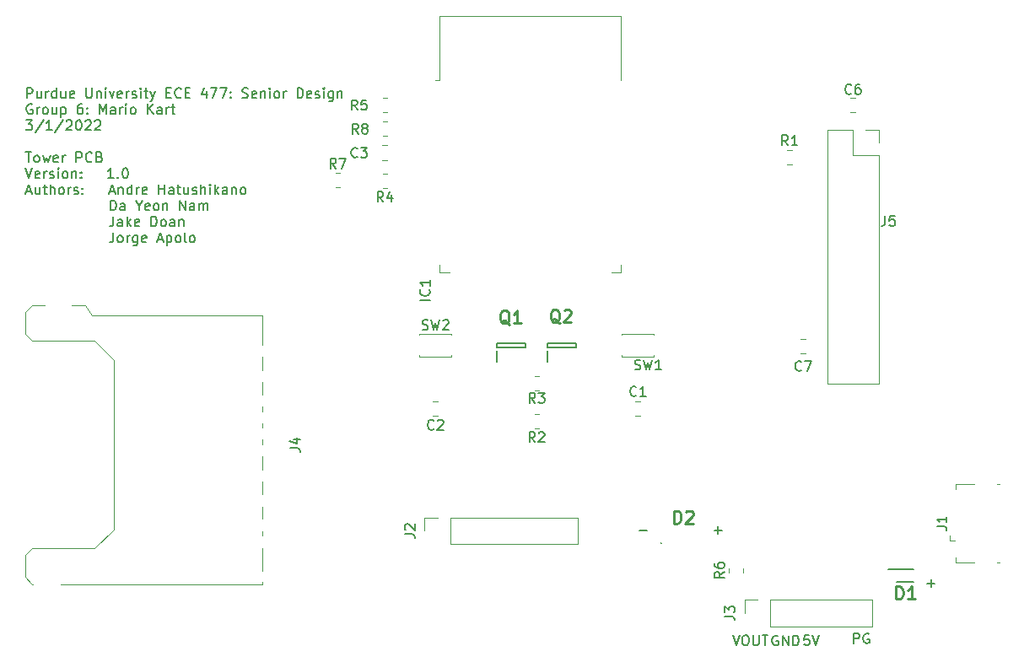
<source format=gbr>
%TF.GenerationSoftware,KiCad,Pcbnew,(6.0.2)*%
%TF.CreationDate,2022-03-10T00:26:05-05:00*%
%TF.ProjectId,tower,746f7765-722e-46b6-9963-61645f706362,rev?*%
%TF.SameCoordinates,Original*%
%TF.FileFunction,Legend,Top*%
%TF.FilePolarity,Positive*%
%FSLAX46Y46*%
G04 Gerber Fmt 4.6, Leading zero omitted, Abs format (unit mm)*
G04 Created by KiCad (PCBNEW (6.0.2)) date 2022-03-10 00:26:05*
%MOMM*%
%LPD*%
G01*
G04 APERTURE LIST*
%ADD10C,0.150000*%
%ADD11C,0.254000*%
%ADD12C,0.120000*%
%ADD13C,0.200000*%
%ADD14C,0.100000*%
G04 APERTURE END LIST*
D10*
X194149047Y-106441428D02*
X194910952Y-106441428D01*
X194530000Y-106822380D02*
X194530000Y-106060476D01*
X165219047Y-101121428D02*
X165980952Y-101121428D01*
X103775595Y-57727380D02*
X103775595Y-56727380D01*
X104156547Y-56727380D01*
X104251785Y-56775000D01*
X104299404Y-56822619D01*
X104347023Y-56917857D01*
X104347023Y-57060714D01*
X104299404Y-57155952D01*
X104251785Y-57203571D01*
X104156547Y-57251190D01*
X103775595Y-57251190D01*
X105204166Y-57060714D02*
X105204166Y-57727380D01*
X104775595Y-57060714D02*
X104775595Y-57584523D01*
X104823214Y-57679761D01*
X104918452Y-57727380D01*
X105061309Y-57727380D01*
X105156547Y-57679761D01*
X105204166Y-57632142D01*
X105680357Y-57727380D02*
X105680357Y-57060714D01*
X105680357Y-57251190D02*
X105727976Y-57155952D01*
X105775595Y-57108333D01*
X105870833Y-57060714D01*
X105966071Y-57060714D01*
X106727976Y-57727380D02*
X106727976Y-56727380D01*
X106727976Y-57679761D02*
X106632738Y-57727380D01*
X106442261Y-57727380D01*
X106347023Y-57679761D01*
X106299404Y-57632142D01*
X106251785Y-57536904D01*
X106251785Y-57251190D01*
X106299404Y-57155952D01*
X106347023Y-57108333D01*
X106442261Y-57060714D01*
X106632738Y-57060714D01*
X106727976Y-57108333D01*
X107632738Y-57060714D02*
X107632738Y-57727380D01*
X107204166Y-57060714D02*
X107204166Y-57584523D01*
X107251785Y-57679761D01*
X107347023Y-57727380D01*
X107489880Y-57727380D01*
X107585119Y-57679761D01*
X107632738Y-57632142D01*
X108489880Y-57679761D02*
X108394642Y-57727380D01*
X108204166Y-57727380D01*
X108108928Y-57679761D01*
X108061309Y-57584523D01*
X108061309Y-57203571D01*
X108108928Y-57108333D01*
X108204166Y-57060714D01*
X108394642Y-57060714D01*
X108489880Y-57108333D01*
X108537500Y-57203571D01*
X108537500Y-57298809D01*
X108061309Y-57394047D01*
X109727976Y-56727380D02*
X109727976Y-57536904D01*
X109775595Y-57632142D01*
X109823214Y-57679761D01*
X109918452Y-57727380D01*
X110108928Y-57727380D01*
X110204166Y-57679761D01*
X110251785Y-57632142D01*
X110299404Y-57536904D01*
X110299404Y-56727380D01*
X110775595Y-57060714D02*
X110775595Y-57727380D01*
X110775595Y-57155952D02*
X110823214Y-57108333D01*
X110918452Y-57060714D01*
X111061309Y-57060714D01*
X111156547Y-57108333D01*
X111204166Y-57203571D01*
X111204166Y-57727380D01*
X111680357Y-57727380D02*
X111680357Y-57060714D01*
X111680357Y-56727380D02*
X111632738Y-56775000D01*
X111680357Y-56822619D01*
X111727976Y-56775000D01*
X111680357Y-56727380D01*
X111680357Y-56822619D01*
X112061309Y-57060714D02*
X112299404Y-57727380D01*
X112537500Y-57060714D01*
X113299404Y-57679761D02*
X113204166Y-57727380D01*
X113013690Y-57727380D01*
X112918452Y-57679761D01*
X112870833Y-57584523D01*
X112870833Y-57203571D01*
X112918452Y-57108333D01*
X113013690Y-57060714D01*
X113204166Y-57060714D01*
X113299404Y-57108333D01*
X113347023Y-57203571D01*
X113347023Y-57298809D01*
X112870833Y-57394047D01*
X113775595Y-57727380D02*
X113775595Y-57060714D01*
X113775595Y-57251190D02*
X113823214Y-57155952D01*
X113870833Y-57108333D01*
X113966071Y-57060714D01*
X114061309Y-57060714D01*
X114347023Y-57679761D02*
X114442261Y-57727380D01*
X114632738Y-57727380D01*
X114727976Y-57679761D01*
X114775595Y-57584523D01*
X114775595Y-57536904D01*
X114727976Y-57441666D01*
X114632738Y-57394047D01*
X114489880Y-57394047D01*
X114394642Y-57346428D01*
X114347023Y-57251190D01*
X114347023Y-57203571D01*
X114394642Y-57108333D01*
X114489880Y-57060714D01*
X114632738Y-57060714D01*
X114727976Y-57108333D01*
X115204166Y-57727380D02*
X115204166Y-57060714D01*
X115204166Y-56727380D02*
X115156547Y-56775000D01*
X115204166Y-56822619D01*
X115251785Y-56775000D01*
X115204166Y-56727380D01*
X115204166Y-56822619D01*
X115537500Y-57060714D02*
X115918452Y-57060714D01*
X115680357Y-56727380D02*
X115680357Y-57584523D01*
X115727976Y-57679761D01*
X115823214Y-57727380D01*
X115918452Y-57727380D01*
X116156547Y-57060714D02*
X116394642Y-57727380D01*
X116632738Y-57060714D02*
X116394642Y-57727380D01*
X116299404Y-57965476D01*
X116251785Y-58013095D01*
X116156547Y-58060714D01*
X117775595Y-57203571D02*
X118108928Y-57203571D01*
X118251785Y-57727380D02*
X117775595Y-57727380D01*
X117775595Y-56727380D01*
X118251785Y-56727380D01*
X119251785Y-57632142D02*
X119204166Y-57679761D01*
X119061309Y-57727380D01*
X118966071Y-57727380D01*
X118823214Y-57679761D01*
X118727976Y-57584523D01*
X118680357Y-57489285D01*
X118632738Y-57298809D01*
X118632738Y-57155952D01*
X118680357Y-56965476D01*
X118727976Y-56870238D01*
X118823214Y-56775000D01*
X118966071Y-56727380D01*
X119061309Y-56727380D01*
X119204166Y-56775000D01*
X119251785Y-56822619D01*
X119680357Y-57203571D02*
X120013690Y-57203571D01*
X120156547Y-57727380D02*
X119680357Y-57727380D01*
X119680357Y-56727380D01*
X120156547Y-56727380D01*
X121775595Y-57060714D02*
X121775595Y-57727380D01*
X121537500Y-56679761D02*
X121299404Y-57394047D01*
X121918452Y-57394047D01*
X122204166Y-56727380D02*
X122870833Y-56727380D01*
X122442261Y-57727380D01*
X123156547Y-56727380D02*
X123823214Y-56727380D01*
X123394642Y-57727380D01*
X124204166Y-57632142D02*
X124251785Y-57679761D01*
X124204166Y-57727380D01*
X124156547Y-57679761D01*
X124204166Y-57632142D01*
X124204166Y-57727380D01*
X124204166Y-57108333D02*
X124251785Y-57155952D01*
X124204166Y-57203571D01*
X124156547Y-57155952D01*
X124204166Y-57108333D01*
X124204166Y-57203571D01*
X125394642Y-57679761D02*
X125537500Y-57727380D01*
X125775595Y-57727380D01*
X125870833Y-57679761D01*
X125918452Y-57632142D01*
X125966071Y-57536904D01*
X125966071Y-57441666D01*
X125918452Y-57346428D01*
X125870833Y-57298809D01*
X125775595Y-57251190D01*
X125585119Y-57203571D01*
X125489880Y-57155952D01*
X125442261Y-57108333D01*
X125394642Y-57013095D01*
X125394642Y-56917857D01*
X125442261Y-56822619D01*
X125489880Y-56775000D01*
X125585119Y-56727380D01*
X125823214Y-56727380D01*
X125966071Y-56775000D01*
X126775595Y-57679761D02*
X126680357Y-57727380D01*
X126489880Y-57727380D01*
X126394642Y-57679761D01*
X126347023Y-57584523D01*
X126347023Y-57203571D01*
X126394642Y-57108333D01*
X126489880Y-57060714D01*
X126680357Y-57060714D01*
X126775595Y-57108333D01*
X126823214Y-57203571D01*
X126823214Y-57298809D01*
X126347023Y-57394047D01*
X127251785Y-57060714D02*
X127251785Y-57727380D01*
X127251785Y-57155952D02*
X127299404Y-57108333D01*
X127394642Y-57060714D01*
X127537500Y-57060714D01*
X127632738Y-57108333D01*
X127680357Y-57203571D01*
X127680357Y-57727380D01*
X128156547Y-57727380D02*
X128156547Y-57060714D01*
X128156547Y-56727380D02*
X128108928Y-56775000D01*
X128156547Y-56822619D01*
X128204166Y-56775000D01*
X128156547Y-56727380D01*
X128156547Y-56822619D01*
X128775595Y-57727380D02*
X128680357Y-57679761D01*
X128632738Y-57632142D01*
X128585119Y-57536904D01*
X128585119Y-57251190D01*
X128632738Y-57155952D01*
X128680357Y-57108333D01*
X128775595Y-57060714D01*
X128918452Y-57060714D01*
X129013690Y-57108333D01*
X129061309Y-57155952D01*
X129108928Y-57251190D01*
X129108928Y-57536904D01*
X129061309Y-57632142D01*
X129013690Y-57679761D01*
X128918452Y-57727380D01*
X128775595Y-57727380D01*
X129537500Y-57727380D02*
X129537500Y-57060714D01*
X129537500Y-57251190D02*
X129585119Y-57155952D01*
X129632738Y-57108333D01*
X129727976Y-57060714D01*
X129823214Y-57060714D01*
X130918452Y-57727380D02*
X130918452Y-56727380D01*
X131156547Y-56727380D01*
X131299404Y-56775000D01*
X131394642Y-56870238D01*
X131442261Y-56965476D01*
X131489880Y-57155952D01*
X131489880Y-57298809D01*
X131442261Y-57489285D01*
X131394642Y-57584523D01*
X131299404Y-57679761D01*
X131156547Y-57727380D01*
X130918452Y-57727380D01*
X132299404Y-57679761D02*
X132204166Y-57727380D01*
X132013690Y-57727380D01*
X131918452Y-57679761D01*
X131870833Y-57584523D01*
X131870833Y-57203571D01*
X131918452Y-57108333D01*
X132013690Y-57060714D01*
X132204166Y-57060714D01*
X132299404Y-57108333D01*
X132347023Y-57203571D01*
X132347023Y-57298809D01*
X131870833Y-57394047D01*
X132727976Y-57679761D02*
X132823214Y-57727380D01*
X133013690Y-57727380D01*
X133108928Y-57679761D01*
X133156547Y-57584523D01*
X133156547Y-57536904D01*
X133108928Y-57441666D01*
X133013690Y-57394047D01*
X132870833Y-57394047D01*
X132775595Y-57346428D01*
X132727976Y-57251190D01*
X132727976Y-57203571D01*
X132775595Y-57108333D01*
X132870833Y-57060714D01*
X133013690Y-57060714D01*
X133108928Y-57108333D01*
X133585119Y-57727380D02*
X133585119Y-57060714D01*
X133585119Y-56727380D02*
X133537500Y-56775000D01*
X133585119Y-56822619D01*
X133632738Y-56775000D01*
X133585119Y-56727380D01*
X133585119Y-56822619D01*
X134489880Y-57060714D02*
X134489880Y-57870238D01*
X134442261Y-57965476D01*
X134394642Y-58013095D01*
X134299404Y-58060714D01*
X134156547Y-58060714D01*
X134061309Y-58013095D01*
X134489880Y-57679761D02*
X134394642Y-57727380D01*
X134204166Y-57727380D01*
X134108928Y-57679761D01*
X134061309Y-57632142D01*
X134013690Y-57536904D01*
X134013690Y-57251190D01*
X134061309Y-57155952D01*
X134108928Y-57108333D01*
X134204166Y-57060714D01*
X134394642Y-57060714D01*
X134489880Y-57108333D01*
X134966071Y-57060714D02*
X134966071Y-57727380D01*
X134966071Y-57155952D02*
X135013690Y-57108333D01*
X135108928Y-57060714D01*
X135251785Y-57060714D01*
X135347023Y-57108333D01*
X135394642Y-57203571D01*
X135394642Y-57727380D01*
X104299404Y-58385000D02*
X104204166Y-58337380D01*
X104061309Y-58337380D01*
X103918452Y-58385000D01*
X103823214Y-58480238D01*
X103775595Y-58575476D01*
X103727976Y-58765952D01*
X103727976Y-58908809D01*
X103775595Y-59099285D01*
X103823214Y-59194523D01*
X103918452Y-59289761D01*
X104061309Y-59337380D01*
X104156547Y-59337380D01*
X104299404Y-59289761D01*
X104347023Y-59242142D01*
X104347023Y-58908809D01*
X104156547Y-58908809D01*
X104775595Y-59337380D02*
X104775595Y-58670714D01*
X104775595Y-58861190D02*
X104823214Y-58765952D01*
X104870833Y-58718333D01*
X104966071Y-58670714D01*
X105061309Y-58670714D01*
X105537500Y-59337380D02*
X105442261Y-59289761D01*
X105394642Y-59242142D01*
X105347023Y-59146904D01*
X105347023Y-58861190D01*
X105394642Y-58765952D01*
X105442261Y-58718333D01*
X105537500Y-58670714D01*
X105680357Y-58670714D01*
X105775595Y-58718333D01*
X105823214Y-58765952D01*
X105870833Y-58861190D01*
X105870833Y-59146904D01*
X105823214Y-59242142D01*
X105775595Y-59289761D01*
X105680357Y-59337380D01*
X105537500Y-59337380D01*
X106727976Y-58670714D02*
X106727976Y-59337380D01*
X106299404Y-58670714D02*
X106299404Y-59194523D01*
X106347023Y-59289761D01*
X106442261Y-59337380D01*
X106585119Y-59337380D01*
X106680357Y-59289761D01*
X106727976Y-59242142D01*
X107204166Y-58670714D02*
X107204166Y-59670714D01*
X107204166Y-58718333D02*
X107299404Y-58670714D01*
X107489880Y-58670714D01*
X107585119Y-58718333D01*
X107632738Y-58765952D01*
X107680357Y-58861190D01*
X107680357Y-59146904D01*
X107632738Y-59242142D01*
X107585119Y-59289761D01*
X107489880Y-59337380D01*
X107299404Y-59337380D01*
X107204166Y-59289761D01*
X109299404Y-58337380D02*
X109108928Y-58337380D01*
X109013690Y-58385000D01*
X108966071Y-58432619D01*
X108870833Y-58575476D01*
X108823214Y-58765952D01*
X108823214Y-59146904D01*
X108870833Y-59242142D01*
X108918452Y-59289761D01*
X109013690Y-59337380D01*
X109204166Y-59337380D01*
X109299404Y-59289761D01*
X109347023Y-59242142D01*
X109394642Y-59146904D01*
X109394642Y-58908809D01*
X109347023Y-58813571D01*
X109299404Y-58765952D01*
X109204166Y-58718333D01*
X109013690Y-58718333D01*
X108918452Y-58765952D01*
X108870833Y-58813571D01*
X108823214Y-58908809D01*
X109823214Y-59242142D02*
X109870833Y-59289761D01*
X109823214Y-59337380D01*
X109775595Y-59289761D01*
X109823214Y-59242142D01*
X109823214Y-59337380D01*
X109823214Y-58718333D02*
X109870833Y-58765952D01*
X109823214Y-58813571D01*
X109775595Y-58765952D01*
X109823214Y-58718333D01*
X109823214Y-58813571D01*
X111061309Y-59337380D02*
X111061309Y-58337380D01*
X111394642Y-59051666D01*
X111727976Y-58337380D01*
X111727976Y-59337380D01*
X112632738Y-59337380D02*
X112632738Y-58813571D01*
X112585119Y-58718333D01*
X112489880Y-58670714D01*
X112299404Y-58670714D01*
X112204166Y-58718333D01*
X112632738Y-59289761D02*
X112537500Y-59337380D01*
X112299404Y-59337380D01*
X112204166Y-59289761D01*
X112156547Y-59194523D01*
X112156547Y-59099285D01*
X112204166Y-59004047D01*
X112299404Y-58956428D01*
X112537500Y-58956428D01*
X112632738Y-58908809D01*
X113108928Y-59337380D02*
X113108928Y-58670714D01*
X113108928Y-58861190D02*
X113156547Y-58765952D01*
X113204166Y-58718333D01*
X113299404Y-58670714D01*
X113394642Y-58670714D01*
X113727976Y-59337380D02*
X113727976Y-58670714D01*
X113727976Y-58337380D02*
X113680357Y-58385000D01*
X113727976Y-58432619D01*
X113775595Y-58385000D01*
X113727976Y-58337380D01*
X113727976Y-58432619D01*
X114347023Y-59337380D02*
X114251785Y-59289761D01*
X114204166Y-59242142D01*
X114156547Y-59146904D01*
X114156547Y-58861190D01*
X114204166Y-58765952D01*
X114251785Y-58718333D01*
X114347023Y-58670714D01*
X114489880Y-58670714D01*
X114585119Y-58718333D01*
X114632738Y-58765952D01*
X114680357Y-58861190D01*
X114680357Y-59146904D01*
X114632738Y-59242142D01*
X114585119Y-59289761D01*
X114489880Y-59337380D01*
X114347023Y-59337380D01*
X115870833Y-59337380D02*
X115870833Y-58337380D01*
X116442261Y-59337380D02*
X116013690Y-58765952D01*
X116442261Y-58337380D02*
X115870833Y-58908809D01*
X117299404Y-59337380D02*
X117299404Y-58813571D01*
X117251785Y-58718333D01*
X117156547Y-58670714D01*
X116966071Y-58670714D01*
X116870833Y-58718333D01*
X117299404Y-59289761D02*
X117204166Y-59337380D01*
X116966071Y-59337380D01*
X116870833Y-59289761D01*
X116823214Y-59194523D01*
X116823214Y-59099285D01*
X116870833Y-59004047D01*
X116966071Y-58956428D01*
X117204166Y-58956428D01*
X117299404Y-58908809D01*
X117775595Y-59337380D02*
X117775595Y-58670714D01*
X117775595Y-58861190D02*
X117823214Y-58765952D01*
X117870833Y-58718333D01*
X117966071Y-58670714D01*
X118061309Y-58670714D01*
X118251785Y-58670714D02*
X118632738Y-58670714D01*
X118394642Y-58337380D02*
X118394642Y-59194523D01*
X118442261Y-59289761D01*
X118537500Y-59337380D01*
X118632738Y-59337380D01*
X103680357Y-59947380D02*
X104299404Y-59947380D01*
X103966071Y-60328333D01*
X104108928Y-60328333D01*
X104204166Y-60375952D01*
X104251785Y-60423571D01*
X104299404Y-60518809D01*
X104299404Y-60756904D01*
X104251785Y-60852142D01*
X104204166Y-60899761D01*
X104108928Y-60947380D01*
X103823214Y-60947380D01*
X103727976Y-60899761D01*
X103680357Y-60852142D01*
X105442261Y-59899761D02*
X104585119Y-61185476D01*
X106299404Y-60947380D02*
X105727976Y-60947380D01*
X106013690Y-60947380D02*
X106013690Y-59947380D01*
X105918452Y-60090238D01*
X105823214Y-60185476D01*
X105727976Y-60233095D01*
X107442261Y-59899761D02*
X106585119Y-61185476D01*
X107727976Y-60042619D02*
X107775595Y-59995000D01*
X107870833Y-59947380D01*
X108108928Y-59947380D01*
X108204166Y-59995000D01*
X108251785Y-60042619D01*
X108299404Y-60137857D01*
X108299404Y-60233095D01*
X108251785Y-60375952D01*
X107680357Y-60947380D01*
X108299404Y-60947380D01*
X108918452Y-59947380D02*
X109013690Y-59947380D01*
X109108928Y-59995000D01*
X109156547Y-60042619D01*
X109204166Y-60137857D01*
X109251785Y-60328333D01*
X109251785Y-60566428D01*
X109204166Y-60756904D01*
X109156547Y-60852142D01*
X109108928Y-60899761D01*
X109013690Y-60947380D01*
X108918452Y-60947380D01*
X108823214Y-60899761D01*
X108775595Y-60852142D01*
X108727976Y-60756904D01*
X108680357Y-60566428D01*
X108680357Y-60328333D01*
X108727976Y-60137857D01*
X108775595Y-60042619D01*
X108823214Y-59995000D01*
X108918452Y-59947380D01*
X109632738Y-60042619D02*
X109680357Y-59995000D01*
X109775595Y-59947380D01*
X110013690Y-59947380D01*
X110108928Y-59995000D01*
X110156547Y-60042619D01*
X110204166Y-60137857D01*
X110204166Y-60233095D01*
X110156547Y-60375952D01*
X109585119Y-60947380D01*
X110204166Y-60947380D01*
X110585119Y-60042619D02*
X110632738Y-59995000D01*
X110727976Y-59947380D01*
X110966071Y-59947380D01*
X111061309Y-59995000D01*
X111108928Y-60042619D01*
X111156547Y-60137857D01*
X111156547Y-60233095D01*
X111108928Y-60375952D01*
X110537500Y-60947380D01*
X111156547Y-60947380D01*
X103632738Y-63167380D02*
X104204166Y-63167380D01*
X103918452Y-64167380D02*
X103918452Y-63167380D01*
X104680357Y-64167380D02*
X104585119Y-64119761D01*
X104537500Y-64072142D01*
X104489880Y-63976904D01*
X104489880Y-63691190D01*
X104537500Y-63595952D01*
X104585119Y-63548333D01*
X104680357Y-63500714D01*
X104823214Y-63500714D01*
X104918452Y-63548333D01*
X104966071Y-63595952D01*
X105013690Y-63691190D01*
X105013690Y-63976904D01*
X104966071Y-64072142D01*
X104918452Y-64119761D01*
X104823214Y-64167380D01*
X104680357Y-64167380D01*
X105347023Y-63500714D02*
X105537500Y-64167380D01*
X105727976Y-63691190D01*
X105918452Y-64167380D01*
X106108928Y-63500714D01*
X106870833Y-64119761D02*
X106775595Y-64167380D01*
X106585119Y-64167380D01*
X106489880Y-64119761D01*
X106442261Y-64024523D01*
X106442261Y-63643571D01*
X106489880Y-63548333D01*
X106585119Y-63500714D01*
X106775595Y-63500714D01*
X106870833Y-63548333D01*
X106918452Y-63643571D01*
X106918452Y-63738809D01*
X106442261Y-63834047D01*
X107347023Y-64167380D02*
X107347023Y-63500714D01*
X107347023Y-63691190D02*
X107394642Y-63595952D01*
X107442261Y-63548333D01*
X107537500Y-63500714D01*
X107632738Y-63500714D01*
X108727976Y-64167380D02*
X108727976Y-63167380D01*
X109108928Y-63167380D01*
X109204166Y-63215000D01*
X109251785Y-63262619D01*
X109299404Y-63357857D01*
X109299404Y-63500714D01*
X109251785Y-63595952D01*
X109204166Y-63643571D01*
X109108928Y-63691190D01*
X108727976Y-63691190D01*
X110299404Y-64072142D02*
X110251785Y-64119761D01*
X110108928Y-64167380D01*
X110013690Y-64167380D01*
X109870833Y-64119761D01*
X109775595Y-64024523D01*
X109727976Y-63929285D01*
X109680357Y-63738809D01*
X109680357Y-63595952D01*
X109727976Y-63405476D01*
X109775595Y-63310238D01*
X109870833Y-63215000D01*
X110013690Y-63167380D01*
X110108928Y-63167380D01*
X110251785Y-63215000D01*
X110299404Y-63262619D01*
X111061309Y-63643571D02*
X111204166Y-63691190D01*
X111251785Y-63738809D01*
X111299404Y-63834047D01*
X111299404Y-63976904D01*
X111251785Y-64072142D01*
X111204166Y-64119761D01*
X111108928Y-64167380D01*
X110727976Y-64167380D01*
X110727976Y-63167380D01*
X111061309Y-63167380D01*
X111156547Y-63215000D01*
X111204166Y-63262619D01*
X111251785Y-63357857D01*
X111251785Y-63453095D01*
X111204166Y-63548333D01*
X111156547Y-63595952D01*
X111061309Y-63643571D01*
X110727976Y-63643571D01*
X103632738Y-64777380D02*
X103966071Y-65777380D01*
X104299404Y-64777380D01*
X105013690Y-65729761D02*
X104918452Y-65777380D01*
X104727976Y-65777380D01*
X104632738Y-65729761D01*
X104585119Y-65634523D01*
X104585119Y-65253571D01*
X104632738Y-65158333D01*
X104727976Y-65110714D01*
X104918452Y-65110714D01*
X105013690Y-65158333D01*
X105061309Y-65253571D01*
X105061309Y-65348809D01*
X104585119Y-65444047D01*
X105489880Y-65777380D02*
X105489880Y-65110714D01*
X105489880Y-65301190D02*
X105537500Y-65205952D01*
X105585119Y-65158333D01*
X105680357Y-65110714D01*
X105775595Y-65110714D01*
X106061309Y-65729761D02*
X106156547Y-65777380D01*
X106347023Y-65777380D01*
X106442261Y-65729761D01*
X106489880Y-65634523D01*
X106489880Y-65586904D01*
X106442261Y-65491666D01*
X106347023Y-65444047D01*
X106204166Y-65444047D01*
X106108928Y-65396428D01*
X106061309Y-65301190D01*
X106061309Y-65253571D01*
X106108928Y-65158333D01*
X106204166Y-65110714D01*
X106347023Y-65110714D01*
X106442261Y-65158333D01*
X106918452Y-65777380D02*
X106918452Y-65110714D01*
X106918452Y-64777380D02*
X106870833Y-64825000D01*
X106918452Y-64872619D01*
X106966071Y-64825000D01*
X106918452Y-64777380D01*
X106918452Y-64872619D01*
X107537500Y-65777380D02*
X107442261Y-65729761D01*
X107394642Y-65682142D01*
X107347023Y-65586904D01*
X107347023Y-65301190D01*
X107394642Y-65205952D01*
X107442261Y-65158333D01*
X107537500Y-65110714D01*
X107680357Y-65110714D01*
X107775595Y-65158333D01*
X107823214Y-65205952D01*
X107870833Y-65301190D01*
X107870833Y-65586904D01*
X107823214Y-65682142D01*
X107775595Y-65729761D01*
X107680357Y-65777380D01*
X107537500Y-65777380D01*
X108299404Y-65110714D02*
X108299404Y-65777380D01*
X108299404Y-65205952D02*
X108347023Y-65158333D01*
X108442261Y-65110714D01*
X108585119Y-65110714D01*
X108680357Y-65158333D01*
X108727976Y-65253571D01*
X108727976Y-65777380D01*
X109204166Y-65682142D02*
X109251785Y-65729761D01*
X109204166Y-65777380D01*
X109156547Y-65729761D01*
X109204166Y-65682142D01*
X109204166Y-65777380D01*
X109204166Y-65158333D02*
X109251785Y-65205952D01*
X109204166Y-65253571D01*
X109156547Y-65205952D01*
X109204166Y-65158333D01*
X109204166Y-65253571D01*
X112489880Y-65777380D02*
X111918452Y-65777380D01*
X112204166Y-65777380D02*
X112204166Y-64777380D01*
X112108928Y-64920238D01*
X112013690Y-65015476D01*
X111918452Y-65063095D01*
X112918452Y-65682142D02*
X112966071Y-65729761D01*
X112918452Y-65777380D01*
X112870833Y-65729761D01*
X112918452Y-65682142D01*
X112918452Y-65777380D01*
X113585119Y-64777380D02*
X113680357Y-64777380D01*
X113775595Y-64825000D01*
X113823214Y-64872619D01*
X113870833Y-64967857D01*
X113918452Y-65158333D01*
X113918452Y-65396428D01*
X113870833Y-65586904D01*
X113823214Y-65682142D01*
X113775595Y-65729761D01*
X113680357Y-65777380D01*
X113585119Y-65777380D01*
X113489880Y-65729761D01*
X113442261Y-65682142D01*
X113394642Y-65586904D01*
X113347023Y-65396428D01*
X113347023Y-65158333D01*
X113394642Y-64967857D01*
X113442261Y-64872619D01*
X113489880Y-64825000D01*
X113585119Y-64777380D01*
X103727976Y-67101666D02*
X104204166Y-67101666D01*
X103632738Y-67387380D02*
X103966071Y-66387380D01*
X104299404Y-67387380D01*
X105061309Y-66720714D02*
X105061309Y-67387380D01*
X104632738Y-66720714D02*
X104632738Y-67244523D01*
X104680357Y-67339761D01*
X104775595Y-67387380D01*
X104918452Y-67387380D01*
X105013690Y-67339761D01*
X105061309Y-67292142D01*
X105394642Y-66720714D02*
X105775595Y-66720714D01*
X105537500Y-66387380D02*
X105537500Y-67244523D01*
X105585119Y-67339761D01*
X105680357Y-67387380D01*
X105775595Y-67387380D01*
X106108928Y-67387380D02*
X106108928Y-66387380D01*
X106537500Y-67387380D02*
X106537500Y-66863571D01*
X106489880Y-66768333D01*
X106394642Y-66720714D01*
X106251785Y-66720714D01*
X106156547Y-66768333D01*
X106108928Y-66815952D01*
X107156547Y-67387380D02*
X107061309Y-67339761D01*
X107013690Y-67292142D01*
X106966071Y-67196904D01*
X106966071Y-66911190D01*
X107013690Y-66815952D01*
X107061309Y-66768333D01*
X107156547Y-66720714D01*
X107299404Y-66720714D01*
X107394642Y-66768333D01*
X107442261Y-66815952D01*
X107489880Y-66911190D01*
X107489880Y-67196904D01*
X107442261Y-67292142D01*
X107394642Y-67339761D01*
X107299404Y-67387380D01*
X107156547Y-67387380D01*
X107918452Y-67387380D02*
X107918452Y-66720714D01*
X107918452Y-66911190D02*
X107966071Y-66815952D01*
X108013690Y-66768333D01*
X108108928Y-66720714D01*
X108204166Y-66720714D01*
X108489880Y-67339761D02*
X108585119Y-67387380D01*
X108775595Y-67387380D01*
X108870833Y-67339761D01*
X108918452Y-67244523D01*
X108918452Y-67196904D01*
X108870833Y-67101666D01*
X108775595Y-67054047D01*
X108632738Y-67054047D01*
X108537500Y-67006428D01*
X108489880Y-66911190D01*
X108489880Y-66863571D01*
X108537500Y-66768333D01*
X108632738Y-66720714D01*
X108775595Y-66720714D01*
X108870833Y-66768333D01*
X109347023Y-67292142D02*
X109394642Y-67339761D01*
X109347023Y-67387380D01*
X109299404Y-67339761D01*
X109347023Y-67292142D01*
X109347023Y-67387380D01*
X109347023Y-66768333D02*
X109394642Y-66815952D01*
X109347023Y-66863571D01*
X109299404Y-66815952D01*
X109347023Y-66768333D01*
X109347023Y-66863571D01*
X112061309Y-67101666D02*
X112537500Y-67101666D01*
X111966071Y-67387380D02*
X112299404Y-66387380D01*
X112632738Y-67387380D01*
X112966071Y-66720714D02*
X112966071Y-67387380D01*
X112966071Y-66815952D02*
X113013690Y-66768333D01*
X113108928Y-66720714D01*
X113251785Y-66720714D01*
X113347023Y-66768333D01*
X113394642Y-66863571D01*
X113394642Y-67387380D01*
X114299404Y-67387380D02*
X114299404Y-66387380D01*
X114299404Y-67339761D02*
X114204166Y-67387380D01*
X114013690Y-67387380D01*
X113918452Y-67339761D01*
X113870833Y-67292142D01*
X113823214Y-67196904D01*
X113823214Y-66911190D01*
X113870833Y-66815952D01*
X113918452Y-66768333D01*
X114013690Y-66720714D01*
X114204166Y-66720714D01*
X114299404Y-66768333D01*
X114775595Y-67387380D02*
X114775595Y-66720714D01*
X114775595Y-66911190D02*
X114823214Y-66815952D01*
X114870833Y-66768333D01*
X114966071Y-66720714D01*
X115061309Y-66720714D01*
X115775595Y-67339761D02*
X115680357Y-67387380D01*
X115489880Y-67387380D01*
X115394642Y-67339761D01*
X115347023Y-67244523D01*
X115347023Y-66863571D01*
X115394642Y-66768333D01*
X115489880Y-66720714D01*
X115680357Y-66720714D01*
X115775595Y-66768333D01*
X115823214Y-66863571D01*
X115823214Y-66958809D01*
X115347023Y-67054047D01*
X117013690Y-67387380D02*
X117013690Y-66387380D01*
X117013690Y-66863571D02*
X117585119Y-66863571D01*
X117585119Y-67387380D02*
X117585119Y-66387380D01*
X118489880Y-67387380D02*
X118489880Y-66863571D01*
X118442261Y-66768333D01*
X118347023Y-66720714D01*
X118156547Y-66720714D01*
X118061309Y-66768333D01*
X118489880Y-67339761D02*
X118394642Y-67387380D01*
X118156547Y-67387380D01*
X118061309Y-67339761D01*
X118013690Y-67244523D01*
X118013690Y-67149285D01*
X118061309Y-67054047D01*
X118156547Y-67006428D01*
X118394642Y-67006428D01*
X118489880Y-66958809D01*
X118823214Y-66720714D02*
X119204166Y-66720714D01*
X118966071Y-66387380D02*
X118966071Y-67244523D01*
X119013690Y-67339761D01*
X119108928Y-67387380D01*
X119204166Y-67387380D01*
X119966071Y-66720714D02*
X119966071Y-67387380D01*
X119537500Y-66720714D02*
X119537500Y-67244523D01*
X119585119Y-67339761D01*
X119680357Y-67387380D01*
X119823214Y-67387380D01*
X119918452Y-67339761D01*
X119966071Y-67292142D01*
X120394642Y-67339761D02*
X120489880Y-67387380D01*
X120680357Y-67387380D01*
X120775595Y-67339761D01*
X120823214Y-67244523D01*
X120823214Y-67196904D01*
X120775595Y-67101666D01*
X120680357Y-67054047D01*
X120537500Y-67054047D01*
X120442261Y-67006428D01*
X120394642Y-66911190D01*
X120394642Y-66863571D01*
X120442261Y-66768333D01*
X120537500Y-66720714D01*
X120680357Y-66720714D01*
X120775595Y-66768333D01*
X121251785Y-67387380D02*
X121251785Y-66387380D01*
X121680357Y-67387380D02*
X121680357Y-66863571D01*
X121632738Y-66768333D01*
X121537500Y-66720714D01*
X121394642Y-66720714D01*
X121299404Y-66768333D01*
X121251785Y-66815952D01*
X122156547Y-67387380D02*
X122156547Y-66720714D01*
X122156547Y-66387380D02*
X122108928Y-66435000D01*
X122156547Y-66482619D01*
X122204166Y-66435000D01*
X122156547Y-66387380D01*
X122156547Y-66482619D01*
X122632738Y-67387380D02*
X122632738Y-66387380D01*
X122727976Y-67006428D02*
X123013690Y-67387380D01*
X123013690Y-66720714D02*
X122632738Y-67101666D01*
X123870833Y-67387380D02*
X123870833Y-66863571D01*
X123823214Y-66768333D01*
X123727976Y-66720714D01*
X123537500Y-66720714D01*
X123442261Y-66768333D01*
X123870833Y-67339761D02*
X123775595Y-67387380D01*
X123537500Y-67387380D01*
X123442261Y-67339761D01*
X123394642Y-67244523D01*
X123394642Y-67149285D01*
X123442261Y-67054047D01*
X123537500Y-67006428D01*
X123775595Y-67006428D01*
X123870833Y-66958809D01*
X124347023Y-66720714D02*
X124347023Y-67387380D01*
X124347023Y-66815952D02*
X124394642Y-66768333D01*
X124489880Y-66720714D01*
X124632738Y-66720714D01*
X124727976Y-66768333D01*
X124775595Y-66863571D01*
X124775595Y-67387380D01*
X125394642Y-67387380D02*
X125299404Y-67339761D01*
X125251785Y-67292142D01*
X125204166Y-67196904D01*
X125204166Y-66911190D01*
X125251785Y-66815952D01*
X125299404Y-66768333D01*
X125394642Y-66720714D01*
X125537500Y-66720714D01*
X125632738Y-66768333D01*
X125680357Y-66815952D01*
X125727976Y-66911190D01*
X125727976Y-67196904D01*
X125680357Y-67292142D01*
X125632738Y-67339761D01*
X125537500Y-67387380D01*
X125394642Y-67387380D01*
X112156547Y-68997380D02*
X112156547Y-67997380D01*
X112394642Y-67997380D01*
X112537500Y-68045000D01*
X112632738Y-68140238D01*
X112680357Y-68235476D01*
X112727976Y-68425952D01*
X112727976Y-68568809D01*
X112680357Y-68759285D01*
X112632738Y-68854523D01*
X112537500Y-68949761D01*
X112394642Y-68997380D01*
X112156547Y-68997380D01*
X113585119Y-68997380D02*
X113585119Y-68473571D01*
X113537500Y-68378333D01*
X113442261Y-68330714D01*
X113251785Y-68330714D01*
X113156547Y-68378333D01*
X113585119Y-68949761D02*
X113489880Y-68997380D01*
X113251785Y-68997380D01*
X113156547Y-68949761D01*
X113108928Y-68854523D01*
X113108928Y-68759285D01*
X113156547Y-68664047D01*
X113251785Y-68616428D01*
X113489880Y-68616428D01*
X113585119Y-68568809D01*
X115013690Y-68521190D02*
X115013690Y-68997380D01*
X114680357Y-67997380D02*
X115013690Y-68521190D01*
X115347023Y-67997380D01*
X116061309Y-68949761D02*
X115966071Y-68997380D01*
X115775595Y-68997380D01*
X115680357Y-68949761D01*
X115632738Y-68854523D01*
X115632738Y-68473571D01*
X115680357Y-68378333D01*
X115775595Y-68330714D01*
X115966071Y-68330714D01*
X116061309Y-68378333D01*
X116108928Y-68473571D01*
X116108928Y-68568809D01*
X115632738Y-68664047D01*
X116680357Y-68997380D02*
X116585119Y-68949761D01*
X116537500Y-68902142D01*
X116489880Y-68806904D01*
X116489880Y-68521190D01*
X116537500Y-68425952D01*
X116585119Y-68378333D01*
X116680357Y-68330714D01*
X116823214Y-68330714D01*
X116918452Y-68378333D01*
X116966071Y-68425952D01*
X117013690Y-68521190D01*
X117013690Y-68806904D01*
X116966071Y-68902142D01*
X116918452Y-68949761D01*
X116823214Y-68997380D01*
X116680357Y-68997380D01*
X117442261Y-68330714D02*
X117442261Y-68997380D01*
X117442261Y-68425952D02*
X117489880Y-68378333D01*
X117585119Y-68330714D01*
X117727976Y-68330714D01*
X117823214Y-68378333D01*
X117870833Y-68473571D01*
X117870833Y-68997380D01*
X119108928Y-68997380D02*
X119108928Y-67997380D01*
X119680357Y-68997380D01*
X119680357Y-67997380D01*
X120585119Y-68997380D02*
X120585119Y-68473571D01*
X120537500Y-68378333D01*
X120442261Y-68330714D01*
X120251785Y-68330714D01*
X120156547Y-68378333D01*
X120585119Y-68949761D02*
X120489880Y-68997380D01*
X120251785Y-68997380D01*
X120156547Y-68949761D01*
X120108928Y-68854523D01*
X120108928Y-68759285D01*
X120156547Y-68664047D01*
X120251785Y-68616428D01*
X120489880Y-68616428D01*
X120585119Y-68568809D01*
X121061309Y-68997380D02*
X121061309Y-68330714D01*
X121061309Y-68425952D02*
X121108928Y-68378333D01*
X121204166Y-68330714D01*
X121347023Y-68330714D01*
X121442261Y-68378333D01*
X121489880Y-68473571D01*
X121489880Y-68997380D01*
X121489880Y-68473571D02*
X121537500Y-68378333D01*
X121632738Y-68330714D01*
X121775595Y-68330714D01*
X121870833Y-68378333D01*
X121918452Y-68473571D01*
X121918452Y-68997380D01*
X112442261Y-69607380D02*
X112442261Y-70321666D01*
X112394642Y-70464523D01*
X112299404Y-70559761D01*
X112156547Y-70607380D01*
X112061309Y-70607380D01*
X113347023Y-70607380D02*
X113347023Y-70083571D01*
X113299404Y-69988333D01*
X113204166Y-69940714D01*
X113013690Y-69940714D01*
X112918452Y-69988333D01*
X113347023Y-70559761D02*
X113251785Y-70607380D01*
X113013690Y-70607380D01*
X112918452Y-70559761D01*
X112870833Y-70464523D01*
X112870833Y-70369285D01*
X112918452Y-70274047D01*
X113013690Y-70226428D01*
X113251785Y-70226428D01*
X113347023Y-70178809D01*
X113823214Y-70607380D02*
X113823214Y-69607380D01*
X113918452Y-70226428D02*
X114204166Y-70607380D01*
X114204166Y-69940714D02*
X113823214Y-70321666D01*
X115013690Y-70559761D02*
X114918452Y-70607380D01*
X114727976Y-70607380D01*
X114632738Y-70559761D01*
X114585119Y-70464523D01*
X114585119Y-70083571D01*
X114632738Y-69988333D01*
X114727976Y-69940714D01*
X114918452Y-69940714D01*
X115013690Y-69988333D01*
X115061309Y-70083571D01*
X115061309Y-70178809D01*
X114585119Y-70274047D01*
X116251785Y-70607380D02*
X116251785Y-69607380D01*
X116489880Y-69607380D01*
X116632738Y-69655000D01*
X116727976Y-69750238D01*
X116775595Y-69845476D01*
X116823214Y-70035952D01*
X116823214Y-70178809D01*
X116775595Y-70369285D01*
X116727976Y-70464523D01*
X116632738Y-70559761D01*
X116489880Y-70607380D01*
X116251785Y-70607380D01*
X117394642Y-70607380D02*
X117299404Y-70559761D01*
X117251785Y-70512142D01*
X117204166Y-70416904D01*
X117204166Y-70131190D01*
X117251785Y-70035952D01*
X117299404Y-69988333D01*
X117394642Y-69940714D01*
X117537500Y-69940714D01*
X117632738Y-69988333D01*
X117680357Y-70035952D01*
X117727976Y-70131190D01*
X117727976Y-70416904D01*
X117680357Y-70512142D01*
X117632738Y-70559761D01*
X117537500Y-70607380D01*
X117394642Y-70607380D01*
X118585119Y-70607380D02*
X118585119Y-70083571D01*
X118537500Y-69988333D01*
X118442261Y-69940714D01*
X118251785Y-69940714D01*
X118156547Y-69988333D01*
X118585119Y-70559761D02*
X118489880Y-70607380D01*
X118251785Y-70607380D01*
X118156547Y-70559761D01*
X118108928Y-70464523D01*
X118108928Y-70369285D01*
X118156547Y-70274047D01*
X118251785Y-70226428D01*
X118489880Y-70226428D01*
X118585119Y-70178809D01*
X119061309Y-69940714D02*
X119061309Y-70607380D01*
X119061309Y-70035952D02*
X119108928Y-69988333D01*
X119204166Y-69940714D01*
X119347023Y-69940714D01*
X119442261Y-69988333D01*
X119489880Y-70083571D01*
X119489880Y-70607380D01*
X112442261Y-71217380D02*
X112442261Y-71931666D01*
X112394642Y-72074523D01*
X112299404Y-72169761D01*
X112156547Y-72217380D01*
X112061309Y-72217380D01*
X113061309Y-72217380D02*
X112966071Y-72169761D01*
X112918452Y-72122142D01*
X112870833Y-72026904D01*
X112870833Y-71741190D01*
X112918452Y-71645952D01*
X112966071Y-71598333D01*
X113061309Y-71550714D01*
X113204166Y-71550714D01*
X113299404Y-71598333D01*
X113347023Y-71645952D01*
X113394642Y-71741190D01*
X113394642Y-72026904D01*
X113347023Y-72122142D01*
X113299404Y-72169761D01*
X113204166Y-72217380D01*
X113061309Y-72217380D01*
X113823214Y-72217380D02*
X113823214Y-71550714D01*
X113823214Y-71741190D02*
X113870833Y-71645952D01*
X113918452Y-71598333D01*
X114013690Y-71550714D01*
X114108928Y-71550714D01*
X114870833Y-71550714D02*
X114870833Y-72360238D01*
X114823214Y-72455476D01*
X114775595Y-72503095D01*
X114680357Y-72550714D01*
X114537500Y-72550714D01*
X114442261Y-72503095D01*
X114870833Y-72169761D02*
X114775595Y-72217380D01*
X114585119Y-72217380D01*
X114489880Y-72169761D01*
X114442261Y-72122142D01*
X114394642Y-72026904D01*
X114394642Y-71741190D01*
X114442261Y-71645952D01*
X114489880Y-71598333D01*
X114585119Y-71550714D01*
X114775595Y-71550714D01*
X114870833Y-71598333D01*
X115727976Y-72169761D02*
X115632738Y-72217380D01*
X115442261Y-72217380D01*
X115347023Y-72169761D01*
X115299404Y-72074523D01*
X115299404Y-71693571D01*
X115347023Y-71598333D01*
X115442261Y-71550714D01*
X115632738Y-71550714D01*
X115727976Y-71598333D01*
X115775595Y-71693571D01*
X115775595Y-71788809D01*
X115299404Y-71884047D01*
X116918452Y-71931666D02*
X117394642Y-71931666D01*
X116823214Y-72217380D02*
X117156547Y-71217380D01*
X117489880Y-72217380D01*
X117823214Y-71550714D02*
X117823214Y-72550714D01*
X117823214Y-71598333D02*
X117918452Y-71550714D01*
X118108928Y-71550714D01*
X118204166Y-71598333D01*
X118251785Y-71645952D01*
X118299404Y-71741190D01*
X118299404Y-72026904D01*
X118251785Y-72122142D01*
X118204166Y-72169761D01*
X118108928Y-72217380D01*
X117918452Y-72217380D01*
X117823214Y-72169761D01*
X118870833Y-72217380D02*
X118775595Y-72169761D01*
X118727976Y-72122142D01*
X118680357Y-72026904D01*
X118680357Y-71741190D01*
X118727976Y-71645952D01*
X118775595Y-71598333D01*
X118870833Y-71550714D01*
X119013690Y-71550714D01*
X119108928Y-71598333D01*
X119156547Y-71645952D01*
X119204166Y-71741190D01*
X119204166Y-72026904D01*
X119156547Y-72122142D01*
X119108928Y-72169761D01*
X119013690Y-72217380D01*
X118870833Y-72217380D01*
X119775595Y-72217380D02*
X119680357Y-72169761D01*
X119632738Y-72074523D01*
X119632738Y-71217380D01*
X120299404Y-72217380D02*
X120204166Y-72169761D01*
X120156547Y-72122142D01*
X120108928Y-72026904D01*
X120108928Y-71741190D01*
X120156547Y-71645952D01*
X120204166Y-71598333D01*
X120299404Y-71550714D01*
X120442261Y-71550714D01*
X120537500Y-71598333D01*
X120585119Y-71645952D01*
X120632738Y-71741190D01*
X120632738Y-72026904D01*
X120585119Y-72122142D01*
X120537500Y-72169761D01*
X120442261Y-72217380D01*
X120299404Y-72217380D01*
X174618095Y-111672380D02*
X174951428Y-112672380D01*
X175284761Y-111672380D01*
X175808571Y-111672380D02*
X175999047Y-111672380D01*
X176094285Y-111720000D01*
X176189523Y-111815238D01*
X176237142Y-112005714D01*
X176237142Y-112339047D01*
X176189523Y-112529523D01*
X176094285Y-112624761D01*
X175999047Y-112672380D01*
X175808571Y-112672380D01*
X175713333Y-112624761D01*
X175618095Y-112529523D01*
X175570476Y-112339047D01*
X175570476Y-112005714D01*
X175618095Y-111815238D01*
X175713333Y-111720000D01*
X175808571Y-111672380D01*
X176665714Y-111672380D02*
X176665714Y-112481904D01*
X176713333Y-112577142D01*
X176760952Y-112624761D01*
X176856190Y-112672380D01*
X177046666Y-112672380D01*
X177141904Y-112624761D01*
X177189523Y-112577142D01*
X177237142Y-112481904D01*
X177237142Y-111672380D01*
X177570476Y-111672380D02*
X178141904Y-111672380D01*
X177856190Y-112672380D02*
X177856190Y-111672380D01*
X179148095Y-111740000D02*
X179052857Y-111692380D01*
X178910000Y-111692380D01*
X178767142Y-111740000D01*
X178671904Y-111835238D01*
X178624285Y-111930476D01*
X178576666Y-112120952D01*
X178576666Y-112263809D01*
X178624285Y-112454285D01*
X178671904Y-112549523D01*
X178767142Y-112644761D01*
X178910000Y-112692380D01*
X179005238Y-112692380D01*
X179148095Y-112644761D01*
X179195714Y-112597142D01*
X179195714Y-112263809D01*
X179005238Y-112263809D01*
X179624285Y-112692380D02*
X179624285Y-111692380D01*
X180195714Y-112692380D01*
X180195714Y-111692380D01*
X180671904Y-112692380D02*
X180671904Y-111692380D01*
X180910000Y-111692380D01*
X181052857Y-111740000D01*
X181148095Y-111835238D01*
X181195714Y-111930476D01*
X181243333Y-112120952D01*
X181243333Y-112263809D01*
X181195714Y-112454285D01*
X181148095Y-112549523D01*
X181052857Y-112644761D01*
X180910000Y-112692380D01*
X180671904Y-112692380D01*
X172759047Y-101121428D02*
X173520952Y-101121428D01*
X173140000Y-101502380D02*
X173140000Y-100740476D01*
X182289523Y-111662380D02*
X181813333Y-111662380D01*
X181765714Y-112138571D01*
X181813333Y-112090952D01*
X181908571Y-112043333D01*
X182146666Y-112043333D01*
X182241904Y-112090952D01*
X182289523Y-112138571D01*
X182337142Y-112233809D01*
X182337142Y-112471904D01*
X182289523Y-112567142D01*
X182241904Y-112614761D01*
X182146666Y-112662380D01*
X181908571Y-112662380D01*
X181813333Y-112614761D01*
X181765714Y-112567142D01*
X182622857Y-111662380D02*
X182956190Y-112662380D01*
X183289523Y-111662380D01*
X186758095Y-112492380D02*
X186758095Y-111492380D01*
X187139047Y-111492380D01*
X187234285Y-111540000D01*
X187281904Y-111587619D01*
X187329523Y-111682857D01*
X187329523Y-111825714D01*
X187281904Y-111920952D01*
X187234285Y-111968571D01*
X187139047Y-112016190D01*
X186758095Y-112016190D01*
X188281904Y-111540000D02*
X188186666Y-111492380D01*
X188043809Y-111492380D01*
X187900952Y-111540000D01*
X187805714Y-111635238D01*
X187758095Y-111730476D01*
X187710476Y-111920952D01*
X187710476Y-112063809D01*
X187758095Y-112254285D01*
X187805714Y-112349523D01*
X187900952Y-112444761D01*
X188043809Y-112492380D01*
X188139047Y-112492380D01*
X188281904Y-112444761D01*
X188329523Y-112397142D01*
X188329523Y-112063809D01*
X188139047Y-112063809D01*
%TO.C,C1*%
X164933333Y-87577142D02*
X164885714Y-87624761D01*
X164742857Y-87672380D01*
X164647619Y-87672380D01*
X164504761Y-87624761D01*
X164409523Y-87529523D01*
X164361904Y-87434285D01*
X164314285Y-87243809D01*
X164314285Y-87100952D01*
X164361904Y-86910476D01*
X164409523Y-86815238D01*
X164504761Y-86720000D01*
X164647619Y-86672380D01*
X164742857Y-86672380D01*
X164885714Y-86720000D01*
X164933333Y-86767619D01*
X165885714Y-87672380D02*
X165314285Y-87672380D01*
X165600000Y-87672380D02*
X165600000Y-86672380D01*
X165504761Y-86815238D01*
X165409523Y-86910476D01*
X165314285Y-86958095D01*
%TO.C,C2*%
X144613333Y-90937142D02*
X144565714Y-90984761D01*
X144422857Y-91032380D01*
X144327619Y-91032380D01*
X144184761Y-90984761D01*
X144089523Y-90889523D01*
X144041904Y-90794285D01*
X143994285Y-90603809D01*
X143994285Y-90460952D01*
X144041904Y-90270476D01*
X144089523Y-90175238D01*
X144184761Y-90080000D01*
X144327619Y-90032380D01*
X144422857Y-90032380D01*
X144565714Y-90080000D01*
X144613333Y-90127619D01*
X144994285Y-90127619D02*
X145041904Y-90080000D01*
X145137142Y-90032380D01*
X145375238Y-90032380D01*
X145470476Y-90080000D01*
X145518095Y-90127619D01*
X145565714Y-90222857D01*
X145565714Y-90318095D01*
X145518095Y-90460952D01*
X144946666Y-91032380D01*
X145565714Y-91032380D01*
%TO.C,C6*%
X186523333Y-57253142D02*
X186475714Y-57300761D01*
X186332857Y-57348380D01*
X186237619Y-57348380D01*
X186094761Y-57300761D01*
X185999523Y-57205523D01*
X185951904Y-57110285D01*
X185904285Y-56919809D01*
X185904285Y-56776952D01*
X185951904Y-56586476D01*
X185999523Y-56491238D01*
X186094761Y-56396000D01*
X186237619Y-56348380D01*
X186332857Y-56348380D01*
X186475714Y-56396000D01*
X186523333Y-56443619D01*
X187380476Y-56348380D02*
X187190000Y-56348380D01*
X187094761Y-56396000D01*
X187047142Y-56443619D01*
X186951904Y-56586476D01*
X186904285Y-56776952D01*
X186904285Y-57157904D01*
X186951904Y-57253142D01*
X186999523Y-57300761D01*
X187094761Y-57348380D01*
X187285238Y-57348380D01*
X187380476Y-57300761D01*
X187428095Y-57253142D01*
X187475714Y-57157904D01*
X187475714Y-56919809D01*
X187428095Y-56824571D01*
X187380476Y-56776952D01*
X187285238Y-56729333D01*
X187094761Y-56729333D01*
X186999523Y-56776952D01*
X186951904Y-56824571D01*
X186904285Y-56919809D01*
%TO.C,C7*%
X181503333Y-85029142D02*
X181455714Y-85076761D01*
X181312857Y-85124380D01*
X181217619Y-85124380D01*
X181074761Y-85076761D01*
X180979523Y-84981523D01*
X180931904Y-84886285D01*
X180884285Y-84695809D01*
X180884285Y-84552952D01*
X180931904Y-84362476D01*
X180979523Y-84267238D01*
X181074761Y-84172000D01*
X181217619Y-84124380D01*
X181312857Y-84124380D01*
X181455714Y-84172000D01*
X181503333Y-84219619D01*
X181836666Y-84124380D02*
X182503333Y-84124380D01*
X182074761Y-85124380D01*
%TO.C,J1*%
X195099880Y-100753333D02*
X195814166Y-100753333D01*
X195957023Y-100800952D01*
X196052261Y-100896190D01*
X196099880Y-101039047D01*
X196099880Y-101134285D01*
X196099880Y-99753333D02*
X196099880Y-100324761D01*
X196099880Y-100039047D02*
X195099880Y-100039047D01*
X195242738Y-100134285D01*
X195337976Y-100229523D01*
X195385595Y-100324761D01*
%TO.C,J2*%
X141697380Y-101498333D02*
X142411666Y-101498333D01*
X142554523Y-101545952D01*
X142649761Y-101641190D01*
X142697380Y-101784047D01*
X142697380Y-101879285D01*
X141792619Y-101069761D02*
X141745000Y-101022142D01*
X141697380Y-100926904D01*
X141697380Y-100688809D01*
X141745000Y-100593571D01*
X141792619Y-100545952D01*
X141887857Y-100498333D01*
X141983095Y-100498333D01*
X142125952Y-100545952D01*
X142697380Y-101117380D01*
X142697380Y-100498333D01*
%TO.C,J3*%
X173812380Y-109768333D02*
X174526666Y-109768333D01*
X174669523Y-109815952D01*
X174764761Y-109911190D01*
X174812380Y-110054047D01*
X174812380Y-110149285D01*
X173812380Y-109387380D02*
X173812380Y-108768333D01*
X174193333Y-109101666D01*
X174193333Y-108958809D01*
X174240952Y-108863571D01*
X174288571Y-108815952D01*
X174383809Y-108768333D01*
X174621904Y-108768333D01*
X174717142Y-108815952D01*
X174764761Y-108863571D01*
X174812380Y-108958809D01*
X174812380Y-109244523D01*
X174764761Y-109339761D01*
X174717142Y-109387380D01*
%TO.C,J5*%
X189912666Y-69556380D02*
X189912666Y-70270666D01*
X189865047Y-70413523D01*
X189769809Y-70508761D01*
X189626952Y-70556380D01*
X189531714Y-70556380D01*
X190865047Y-69556380D02*
X190388857Y-69556380D01*
X190341238Y-70032571D01*
X190388857Y-69984952D01*
X190484095Y-69937333D01*
X190722190Y-69937333D01*
X190817428Y-69984952D01*
X190865047Y-70032571D01*
X190912666Y-70127809D01*
X190912666Y-70365904D01*
X190865047Y-70461142D01*
X190817428Y-70508761D01*
X190722190Y-70556380D01*
X190484095Y-70556380D01*
X190388857Y-70508761D01*
X190341238Y-70461142D01*
D11*
%TO.C,Q1*%
X152209047Y-80455476D02*
X152088095Y-80395000D01*
X151967142Y-80274047D01*
X151785714Y-80092619D01*
X151664761Y-80032142D01*
X151543809Y-80032142D01*
X151604285Y-80334523D02*
X151483333Y-80274047D01*
X151362380Y-80153095D01*
X151301904Y-79911190D01*
X151301904Y-79487857D01*
X151362380Y-79245952D01*
X151483333Y-79125000D01*
X151604285Y-79064523D01*
X151846190Y-79064523D01*
X151967142Y-79125000D01*
X152088095Y-79245952D01*
X152148571Y-79487857D01*
X152148571Y-79911190D01*
X152088095Y-80153095D01*
X151967142Y-80274047D01*
X151846190Y-80334523D01*
X151604285Y-80334523D01*
X153358095Y-80334523D02*
X152632380Y-80334523D01*
X152995238Y-80334523D02*
X152995238Y-79064523D01*
X152874285Y-79245952D01*
X152753333Y-79366904D01*
X152632380Y-79427380D01*
%TO.C,Q2*%
X157249047Y-80335476D02*
X157128095Y-80275000D01*
X157007142Y-80154047D01*
X156825714Y-79972619D01*
X156704761Y-79912142D01*
X156583809Y-79912142D01*
X156644285Y-80214523D02*
X156523333Y-80154047D01*
X156402380Y-80033095D01*
X156341904Y-79791190D01*
X156341904Y-79367857D01*
X156402380Y-79125952D01*
X156523333Y-79005000D01*
X156644285Y-78944523D01*
X156886190Y-78944523D01*
X157007142Y-79005000D01*
X157128095Y-79125952D01*
X157188571Y-79367857D01*
X157188571Y-79791190D01*
X157128095Y-80033095D01*
X157007142Y-80154047D01*
X156886190Y-80214523D01*
X156644285Y-80214523D01*
X157672380Y-79065476D02*
X157732857Y-79005000D01*
X157853809Y-78944523D01*
X158156190Y-78944523D01*
X158277142Y-79005000D01*
X158337619Y-79065476D01*
X158398095Y-79186428D01*
X158398095Y-79307380D01*
X158337619Y-79488809D01*
X157611904Y-80214523D01*
X158398095Y-80214523D01*
D10*
%TO.C,R1*%
X180163333Y-62462380D02*
X179830000Y-61986190D01*
X179591904Y-62462380D02*
X179591904Y-61462380D01*
X179972857Y-61462380D01*
X180068095Y-61510000D01*
X180115714Y-61557619D01*
X180163333Y-61652857D01*
X180163333Y-61795714D01*
X180115714Y-61890952D01*
X180068095Y-61938571D01*
X179972857Y-61986190D01*
X179591904Y-61986190D01*
X181115714Y-62462380D02*
X180544285Y-62462380D01*
X180830000Y-62462380D02*
X180830000Y-61462380D01*
X180734761Y-61605238D01*
X180639523Y-61700476D01*
X180544285Y-61748095D01*
%TO.C,R2*%
X154773333Y-92272380D02*
X154440000Y-91796190D01*
X154201904Y-92272380D02*
X154201904Y-91272380D01*
X154582857Y-91272380D01*
X154678095Y-91320000D01*
X154725714Y-91367619D01*
X154773333Y-91462857D01*
X154773333Y-91605714D01*
X154725714Y-91700952D01*
X154678095Y-91748571D01*
X154582857Y-91796190D01*
X154201904Y-91796190D01*
X155154285Y-91367619D02*
X155201904Y-91320000D01*
X155297142Y-91272380D01*
X155535238Y-91272380D01*
X155630476Y-91320000D01*
X155678095Y-91367619D01*
X155725714Y-91462857D01*
X155725714Y-91558095D01*
X155678095Y-91700952D01*
X155106666Y-92272380D01*
X155725714Y-92272380D01*
%TO.C,R3*%
X154773333Y-88336380D02*
X154440000Y-87860190D01*
X154201904Y-88336380D02*
X154201904Y-87336380D01*
X154582857Y-87336380D01*
X154678095Y-87384000D01*
X154725714Y-87431619D01*
X154773333Y-87526857D01*
X154773333Y-87669714D01*
X154725714Y-87764952D01*
X154678095Y-87812571D01*
X154582857Y-87860190D01*
X154201904Y-87860190D01*
X155106666Y-87336380D02*
X155725714Y-87336380D01*
X155392380Y-87717333D01*
X155535238Y-87717333D01*
X155630476Y-87764952D01*
X155678095Y-87812571D01*
X155725714Y-87907809D01*
X155725714Y-88145904D01*
X155678095Y-88241142D01*
X155630476Y-88288761D01*
X155535238Y-88336380D01*
X155249523Y-88336380D01*
X155154285Y-88288761D01*
X155106666Y-88241142D01*
%TO.C,R4*%
X139533333Y-68142380D02*
X139200000Y-67666190D01*
X138961904Y-68142380D02*
X138961904Y-67142380D01*
X139342857Y-67142380D01*
X139438095Y-67190000D01*
X139485714Y-67237619D01*
X139533333Y-67332857D01*
X139533333Y-67475714D01*
X139485714Y-67570952D01*
X139438095Y-67618571D01*
X139342857Y-67666190D01*
X138961904Y-67666190D01*
X140390476Y-67475714D02*
X140390476Y-68142380D01*
X140152380Y-67094761D02*
X139914285Y-67809047D01*
X140533333Y-67809047D01*
%TO.C,R5*%
X136943333Y-58922380D02*
X136610000Y-58446190D01*
X136371904Y-58922380D02*
X136371904Y-57922380D01*
X136752857Y-57922380D01*
X136848095Y-57970000D01*
X136895714Y-58017619D01*
X136943333Y-58112857D01*
X136943333Y-58255714D01*
X136895714Y-58350952D01*
X136848095Y-58398571D01*
X136752857Y-58446190D01*
X136371904Y-58446190D01*
X137848095Y-57922380D02*
X137371904Y-57922380D01*
X137324285Y-58398571D01*
X137371904Y-58350952D01*
X137467142Y-58303333D01*
X137705238Y-58303333D01*
X137800476Y-58350952D01*
X137848095Y-58398571D01*
X137895714Y-58493809D01*
X137895714Y-58731904D01*
X137848095Y-58827142D01*
X137800476Y-58874761D01*
X137705238Y-58922380D01*
X137467142Y-58922380D01*
X137371904Y-58874761D01*
X137324285Y-58827142D01*
%TO.C,SW1*%
X164782666Y-84954761D02*
X164925523Y-85002380D01*
X165163619Y-85002380D01*
X165258857Y-84954761D01*
X165306476Y-84907142D01*
X165354095Y-84811904D01*
X165354095Y-84716666D01*
X165306476Y-84621428D01*
X165258857Y-84573809D01*
X165163619Y-84526190D01*
X164973142Y-84478571D01*
X164877904Y-84430952D01*
X164830285Y-84383333D01*
X164782666Y-84288095D01*
X164782666Y-84192857D01*
X164830285Y-84097619D01*
X164877904Y-84050000D01*
X164973142Y-84002380D01*
X165211238Y-84002380D01*
X165354095Y-84050000D01*
X165687428Y-84002380D02*
X165925523Y-85002380D01*
X166116000Y-84288095D01*
X166306476Y-85002380D01*
X166544571Y-84002380D01*
X167449333Y-85002380D02*
X166877904Y-85002380D01*
X167163619Y-85002380D02*
X167163619Y-84002380D01*
X167068380Y-84145238D01*
X166973142Y-84240476D01*
X166877904Y-84288095D01*
%TO.C,SW2*%
X143446666Y-80954761D02*
X143589523Y-81002380D01*
X143827619Y-81002380D01*
X143922857Y-80954761D01*
X143970476Y-80907142D01*
X144018095Y-80811904D01*
X144018095Y-80716666D01*
X143970476Y-80621428D01*
X143922857Y-80573809D01*
X143827619Y-80526190D01*
X143637142Y-80478571D01*
X143541904Y-80430952D01*
X143494285Y-80383333D01*
X143446666Y-80288095D01*
X143446666Y-80192857D01*
X143494285Y-80097619D01*
X143541904Y-80050000D01*
X143637142Y-80002380D01*
X143875238Y-80002380D01*
X144018095Y-80050000D01*
X144351428Y-80002380D02*
X144589523Y-81002380D01*
X144780000Y-80288095D01*
X144970476Y-81002380D01*
X145208571Y-80002380D01*
X145541904Y-80097619D02*
X145589523Y-80050000D01*
X145684761Y-80002380D01*
X145922857Y-80002380D01*
X146018095Y-80050000D01*
X146065714Y-80097619D01*
X146113333Y-80192857D01*
X146113333Y-80288095D01*
X146065714Y-80430952D01*
X145494285Y-81002380D01*
X146113333Y-81002380D01*
%TO.C,J4*%
X130172380Y-92863333D02*
X130886666Y-92863333D01*
X131029523Y-92910952D01*
X131124761Y-93006190D01*
X131172380Y-93149047D01*
X131172380Y-93244285D01*
X130505714Y-91958571D02*
X131172380Y-91958571D01*
X130124761Y-92196666D02*
X130839047Y-92434761D01*
X130839047Y-91815714D01*
D11*
%TO.C,D1*%
X191002619Y-108022523D02*
X191002619Y-106752523D01*
X191305000Y-106752523D01*
X191486428Y-106813000D01*
X191607380Y-106933952D01*
X191667857Y-107054904D01*
X191728333Y-107296809D01*
X191728333Y-107478238D01*
X191667857Y-107720142D01*
X191607380Y-107841095D01*
X191486428Y-107962047D01*
X191305000Y-108022523D01*
X191002619Y-108022523D01*
X192937857Y-108022523D02*
X192212142Y-108022523D01*
X192575000Y-108022523D02*
X192575000Y-106752523D01*
X192454047Y-106933952D01*
X192333095Y-107054904D01*
X192212142Y-107115380D01*
D10*
%TO.C,C3*%
X136943333Y-63607142D02*
X136895714Y-63654761D01*
X136752857Y-63702380D01*
X136657619Y-63702380D01*
X136514761Y-63654761D01*
X136419523Y-63559523D01*
X136371904Y-63464285D01*
X136324285Y-63273809D01*
X136324285Y-63130952D01*
X136371904Y-62940476D01*
X136419523Y-62845238D01*
X136514761Y-62750000D01*
X136657619Y-62702380D01*
X136752857Y-62702380D01*
X136895714Y-62750000D01*
X136943333Y-62797619D01*
X137276666Y-62702380D02*
X137895714Y-62702380D01*
X137562380Y-63083333D01*
X137705238Y-63083333D01*
X137800476Y-63130952D01*
X137848095Y-63178571D01*
X137895714Y-63273809D01*
X137895714Y-63511904D01*
X137848095Y-63607142D01*
X137800476Y-63654761D01*
X137705238Y-63702380D01*
X137419523Y-63702380D01*
X137324285Y-63654761D01*
X137276666Y-63607142D01*
%TO.C,IC1*%
X144222380Y-78006190D02*
X143222380Y-78006190D01*
X144127142Y-76958571D02*
X144174761Y-77006190D01*
X144222380Y-77149047D01*
X144222380Y-77244285D01*
X144174761Y-77387142D01*
X144079523Y-77482380D01*
X143984285Y-77530000D01*
X143793809Y-77577619D01*
X143650952Y-77577619D01*
X143460476Y-77530000D01*
X143365238Y-77482380D01*
X143270000Y-77387142D01*
X143222380Y-77244285D01*
X143222380Y-77149047D01*
X143270000Y-77006190D01*
X143317619Y-76958571D01*
X144222380Y-76006190D02*
X144222380Y-76577619D01*
X144222380Y-76291904D02*
X143222380Y-76291904D01*
X143365238Y-76387142D01*
X143460476Y-76482380D01*
X143508095Y-76577619D01*
D11*
%TO.C,D2*%
X168702619Y-100434523D02*
X168702619Y-99164523D01*
X169005000Y-99164523D01*
X169186428Y-99225000D01*
X169307380Y-99345952D01*
X169367857Y-99466904D01*
X169428333Y-99708809D01*
X169428333Y-99890238D01*
X169367857Y-100132142D01*
X169307380Y-100253095D01*
X169186428Y-100374047D01*
X169005000Y-100434523D01*
X168702619Y-100434523D01*
X169912142Y-99285476D02*
X169972619Y-99225000D01*
X170093571Y-99164523D01*
X170395952Y-99164523D01*
X170516904Y-99225000D01*
X170577380Y-99285476D01*
X170637857Y-99406428D01*
X170637857Y-99527380D01*
X170577380Y-99708809D01*
X169851666Y-100434523D01*
X170637857Y-100434523D01*
D10*
%TO.C,R6*%
X173762380Y-105306666D02*
X173286190Y-105640000D01*
X173762380Y-105878095D02*
X172762380Y-105878095D01*
X172762380Y-105497142D01*
X172810000Y-105401904D01*
X172857619Y-105354285D01*
X172952857Y-105306666D01*
X173095714Y-105306666D01*
X173190952Y-105354285D01*
X173238571Y-105401904D01*
X173286190Y-105497142D01*
X173286190Y-105878095D01*
X172762380Y-104449523D02*
X172762380Y-104640000D01*
X172810000Y-104735238D01*
X172857619Y-104782857D01*
X173000476Y-104878095D01*
X173190952Y-104925714D01*
X173571904Y-104925714D01*
X173667142Y-104878095D01*
X173714761Y-104830476D01*
X173762380Y-104735238D01*
X173762380Y-104544761D01*
X173714761Y-104449523D01*
X173667142Y-104401904D01*
X173571904Y-104354285D01*
X173333809Y-104354285D01*
X173238571Y-104401904D01*
X173190952Y-104449523D01*
X173143333Y-104544761D01*
X173143333Y-104735238D01*
X173190952Y-104830476D01*
X173238571Y-104878095D01*
X173333809Y-104925714D01*
%TO.C,R7*%
X134803333Y-64792380D02*
X134470000Y-64316190D01*
X134231904Y-64792380D02*
X134231904Y-63792380D01*
X134612857Y-63792380D01*
X134708095Y-63840000D01*
X134755714Y-63887619D01*
X134803333Y-63982857D01*
X134803333Y-64125714D01*
X134755714Y-64220952D01*
X134708095Y-64268571D01*
X134612857Y-64316190D01*
X134231904Y-64316190D01*
X135136666Y-63792380D02*
X135803333Y-63792380D01*
X135374761Y-64792380D01*
%TO.C,R8*%
X137033333Y-61322380D02*
X136700000Y-60846190D01*
X136461904Y-61322380D02*
X136461904Y-60322380D01*
X136842857Y-60322380D01*
X136938095Y-60370000D01*
X136985714Y-60417619D01*
X137033333Y-60512857D01*
X137033333Y-60655714D01*
X136985714Y-60750952D01*
X136938095Y-60798571D01*
X136842857Y-60846190D01*
X136461904Y-60846190D01*
X137604761Y-60750952D02*
X137509523Y-60703333D01*
X137461904Y-60655714D01*
X137414285Y-60560476D01*
X137414285Y-60512857D01*
X137461904Y-60417619D01*
X137509523Y-60370000D01*
X137604761Y-60322380D01*
X137795238Y-60322380D01*
X137890476Y-60370000D01*
X137938095Y-60417619D01*
X137985714Y-60512857D01*
X137985714Y-60560476D01*
X137938095Y-60655714D01*
X137890476Y-60703333D01*
X137795238Y-60750952D01*
X137604761Y-60750952D01*
X137509523Y-60798571D01*
X137461904Y-60846190D01*
X137414285Y-60941428D01*
X137414285Y-61131904D01*
X137461904Y-61227142D01*
X137509523Y-61274761D01*
X137604761Y-61322380D01*
X137795238Y-61322380D01*
X137890476Y-61274761D01*
X137938095Y-61227142D01*
X137985714Y-61131904D01*
X137985714Y-60941428D01*
X137938095Y-60846190D01*
X137890476Y-60798571D01*
X137795238Y-60750952D01*
D12*
%TO.C,C1*%
X164838748Y-89635000D02*
X165361252Y-89635000D01*
X164838748Y-88165000D02*
X165361252Y-88165000D01*
%TO.C,C2*%
X145041252Y-89635000D02*
X144518748Y-89635000D01*
X145041252Y-88165000D02*
X144518748Y-88165000D01*
%TO.C,C6*%
X186428748Y-59155000D02*
X186951252Y-59155000D01*
X186428748Y-57685000D02*
X186951252Y-57685000D01*
%TO.C,C7*%
X181408748Y-81905000D02*
X181931252Y-81905000D01*
X181408748Y-83375000D02*
X181931252Y-83375000D01*
%TO.C,J1*%
X196447500Y-102120000D02*
X196897500Y-102120000D01*
X198847500Y-104320000D02*
X196997500Y-104320000D01*
X196997500Y-96520000D02*
X196997500Y-96970000D01*
X196997500Y-104320000D02*
X196997500Y-103870000D01*
X196447500Y-102120000D02*
X196447500Y-101670000D01*
X201397500Y-96520000D02*
X201147500Y-96520000D01*
X201397500Y-104320000D02*
X201147500Y-104320000D01*
X198847500Y-96520000D02*
X196997500Y-96520000D01*
%TO.C,J2*%
X143685000Y-99835000D02*
X145015000Y-99835000D01*
X146285000Y-99835000D02*
X159045000Y-99835000D01*
X146285000Y-102495000D02*
X159045000Y-102495000D01*
X146285000Y-102495000D02*
X146285000Y-99835000D01*
X143685000Y-101165000D02*
X143685000Y-99835000D01*
X159045000Y-102495000D02*
X159045000Y-99835000D01*
%TO.C,J3*%
X178400000Y-108105000D02*
X188620000Y-108105000D01*
X178400000Y-110765000D02*
X178400000Y-108105000D01*
X175800000Y-109435000D02*
X175800000Y-108105000D01*
X175800000Y-108105000D02*
X177130000Y-108105000D01*
X178400000Y-110765000D02*
X188620000Y-110765000D01*
X188620000Y-110765000D02*
X188620000Y-108105000D01*
%TO.C,J5*%
X189290000Y-63500000D02*
X189290000Y-86420000D01*
X186690000Y-60900000D02*
X186690000Y-63500000D01*
X184090000Y-60900000D02*
X184090000Y-86420000D01*
X187960000Y-60900000D02*
X189290000Y-60900000D01*
X184090000Y-60900000D02*
X186690000Y-60900000D01*
X184090000Y-86420000D02*
X189290000Y-86420000D01*
X186690000Y-63500000D02*
X189290000Y-63500000D01*
X189290000Y-60900000D02*
X189290000Y-62230000D01*
D13*
%TO.C,Q1*%
X153850000Y-82350000D02*
X153850000Y-82750000D01*
X150900000Y-84200000D02*
X150900000Y-83100000D01*
X150950000Y-82350000D02*
X153850000Y-82350000D01*
X150950000Y-82750000D02*
X150950000Y-82350000D01*
X153850000Y-82750000D02*
X150950000Y-82750000D01*
%TO.C,Q2*%
X156030000Y-82750000D02*
X156030000Y-82350000D01*
X158930000Y-82350000D02*
X158930000Y-82750000D01*
X158930000Y-82750000D02*
X156030000Y-82750000D01*
X156030000Y-82350000D02*
X158930000Y-82350000D01*
X155980000Y-84200000D02*
X155980000Y-83100000D01*
D12*
%TO.C,R1*%
X180102936Y-62925000D02*
X180557064Y-62925000D01*
X180102936Y-64395000D02*
X180557064Y-64395000D01*
%TO.C,R2*%
X155167064Y-90905000D02*
X154712936Y-90905000D01*
X155167064Y-89435000D02*
X154712936Y-89435000D01*
%TO.C,R3*%
X154712936Y-85625000D02*
X155167064Y-85625000D01*
X154712936Y-87095000D02*
X155167064Y-87095000D01*
%TO.C,R4*%
X139927064Y-65305000D02*
X139472936Y-65305000D01*
X139927064Y-66775000D02*
X139472936Y-66775000D01*
%TO.C,R5*%
X139472936Y-59155000D02*
X139927064Y-59155000D01*
X139472936Y-57685000D02*
X139927064Y-57685000D01*
%TO.C,SW1*%
X166720000Y-81530000D02*
X166720000Y-81430000D01*
X166720000Y-83670000D02*
X163480000Y-83670000D01*
X163480000Y-81530000D02*
X163480000Y-81430000D01*
X166720000Y-81430000D02*
X163480000Y-81430000D01*
X166720000Y-83670000D02*
X166720000Y-83570000D01*
X163480000Y-83670000D02*
X163480000Y-83570000D01*
%TO.C,SW2*%
X143160000Y-83570000D02*
X143160000Y-83670000D01*
X146400000Y-81430000D02*
X146400000Y-81530000D01*
X146400000Y-83570000D02*
X146400000Y-83670000D01*
X143160000Y-81430000D02*
X143160000Y-81530000D01*
X143160000Y-83670000D02*
X146400000Y-83670000D01*
X143160000Y-81430000D02*
X146400000Y-81430000D01*
%TO.C,J4*%
X127380000Y-88730000D02*
X127380000Y-89230000D01*
X127380000Y-83730000D02*
X127380000Y-85030000D01*
X127380000Y-106530000D02*
X107180000Y-106530000D01*
X104280000Y-102930000D02*
X110580000Y-102930000D01*
X109580000Y-78530000D02*
X110280000Y-79530000D01*
X127380000Y-98730000D02*
X127380000Y-99930000D01*
X103580000Y-105830000D02*
X104320000Y-106530000D01*
X109580000Y-78530000D02*
X108280000Y-78530000D01*
X112480000Y-84030000D02*
X110580000Y-82130000D01*
X104280000Y-102930000D02*
X103580000Y-103630000D01*
X127380000Y-106330000D02*
X127380000Y-106530000D01*
X127380000Y-92030000D02*
X127380000Y-92530000D01*
X127380000Y-102930000D02*
X127380000Y-105230000D01*
X127380000Y-90430000D02*
X127380000Y-90830000D01*
X127380000Y-93730000D02*
X127380000Y-95030000D01*
X110280000Y-79530000D02*
X127380000Y-79530000D01*
X127380000Y-86230000D02*
X127380000Y-87530000D01*
X127380000Y-96230000D02*
X127380000Y-97530000D01*
X104400000Y-106530000D02*
X104320000Y-106530000D01*
X112480000Y-101030000D02*
X110580000Y-102930000D01*
X112480000Y-101030000D02*
X112480000Y-84030000D01*
X127380000Y-101230000D02*
X127380000Y-101630000D01*
X105580000Y-78530000D02*
X104280000Y-78530000D01*
X127380000Y-79530000D02*
X127380000Y-82530000D01*
X104280000Y-82130000D02*
X103580000Y-81430000D01*
X103580000Y-79230000D02*
X103580000Y-81430000D01*
X104280000Y-82130000D02*
X110580000Y-82130000D01*
X103580000Y-79230000D02*
X104280000Y-78530000D01*
X103580000Y-105790000D02*
X103580000Y-103630000D01*
D13*
%TO.C,D1*%
X190240000Y-105020000D02*
X192790000Y-105020000D01*
X191090000Y-106320000D02*
X192790000Y-106320000D01*
D12*
%TO.C,C3*%
X139961252Y-63945000D02*
X139438748Y-63945000D01*
X139961252Y-62475000D02*
X139438748Y-62475000D01*
%TO.C,IC1*%
X145180000Y-49515000D02*
X163420000Y-49515000D01*
X145180000Y-74480000D02*
X145180000Y-75260000D01*
X145180000Y-55935000D02*
X144800000Y-55935000D01*
X145180000Y-75260000D02*
X146180000Y-75260000D01*
X145180000Y-49515000D02*
X145180000Y-55935000D01*
X163420000Y-49515000D02*
X163420000Y-55935000D01*
X163420000Y-75260000D02*
X162420000Y-75260000D01*
X163420000Y-74480000D02*
X163420000Y-75260000D01*
D14*
%TO.C,D2*%
X167340000Y-102400000D02*
X167340000Y-102400000D01*
X167440000Y-102400000D02*
X167440000Y-102400000D01*
X167440000Y-102400000D02*
G75*
G03*
X167340000Y-102400000I-50000J0D01*
G01*
X167340000Y-102400000D02*
G75*
G03*
X167440000Y-102400000I50000J0D01*
G01*
D12*
%TO.C,R6*%
X175695000Y-105367064D02*
X175695000Y-104912936D01*
X174225000Y-105367064D02*
X174225000Y-104912936D01*
%TO.C,R7*%
X134742936Y-65255000D02*
X135197064Y-65255000D01*
X134742936Y-66725000D02*
X135197064Y-66725000D01*
%TO.C,R8*%
X139957064Y-61555000D02*
X139502936Y-61555000D01*
X139957064Y-60085000D02*
X139502936Y-60085000D01*
%TD*%
M02*

</source>
